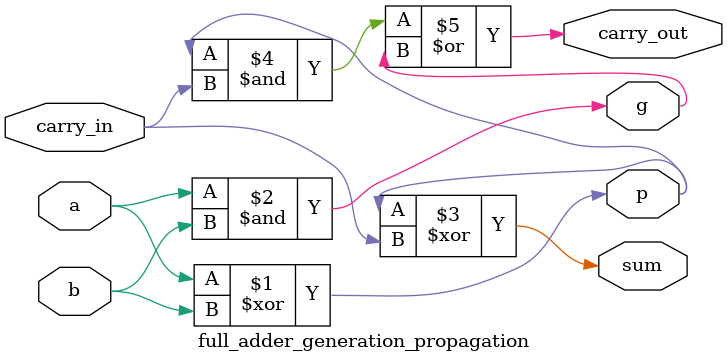
<source format=v>
module full_adder_generation_propagation 
	(
		input a,
		input b,
		input carry_in,
		output sum,
        output p,
        output g,
		output carry_out
	);
		
	assign p = a ^ b;
    assign g = a & b;

	assign sum = p ^ carry_in;
	assign carry_out = (p & carry_in) | g;
	
endmodule
</source>
